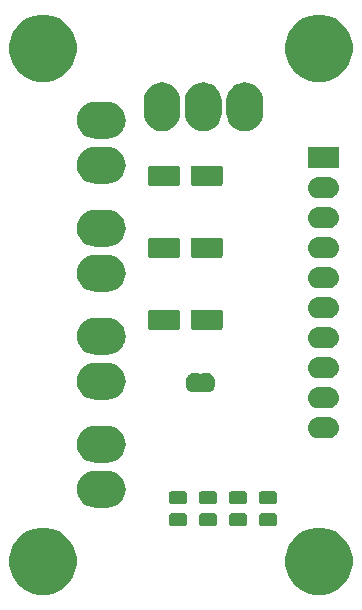
<source format=gbr>
G04 #@! TF.GenerationSoftware,KiCad,Pcbnew,5.1.4-e60b266~84~ubuntu18.04.1*
G04 #@! TF.CreationDate,2019-09-27T15:55:01+08:00*
G04 #@! TF.ProjectId,head,68656164-2e6b-4696-9361-645f70636258,rev?*
G04 #@! TF.SameCoordinates,Original*
G04 #@! TF.FileFunction,Soldermask,Top*
G04 #@! TF.FilePolarity,Negative*
%FSLAX46Y46*%
G04 Gerber Fmt 4.6, Leading zero omitted, Abs format (unit mm)*
G04 Created by KiCad (PCBNEW 5.1.4-e60b266~84~ubuntu18.04.1) date 2019-09-27 15:55:01*
%MOMM*%
%LPD*%
G04 APERTURE LIST*
%ADD10C,1.200000*%
%ADD11C,0.100000*%
G04 APERTURE END LIST*
D10*
X117094000Y-32131000D02*
G75*
G03X117094000Y-32131000I-1905000J0D01*
G01*
X117094000Y-75565000D02*
G75*
G03X117094000Y-75565000I-1905000J0D01*
G01*
X93726000Y-75565000D02*
G75*
G03X93726000Y-75565000I-1905000J0D01*
G01*
X93726000Y-32131000D02*
G75*
G03X93726000Y-32131000I-1905000J0D01*
G01*
D11*
G36*
X116020313Y-72824523D02*
G01*
X116538980Y-73039362D01*
X116538981Y-73039363D01*
X117005769Y-73351260D01*
X117402740Y-73748231D01*
X117611143Y-74060129D01*
X117714638Y-74215020D01*
X117929477Y-74733687D01*
X118039000Y-75284298D01*
X118039000Y-75845702D01*
X117929477Y-76396313D01*
X117714638Y-76914980D01*
X117714637Y-76914981D01*
X117402740Y-77381769D01*
X117005769Y-77778740D01*
X116693871Y-77987143D01*
X116538980Y-78090638D01*
X116020313Y-78305477D01*
X115469702Y-78415000D01*
X114908298Y-78415000D01*
X114357687Y-78305477D01*
X113839020Y-78090638D01*
X113684129Y-77987143D01*
X113372231Y-77778740D01*
X112975260Y-77381769D01*
X112663363Y-76914981D01*
X112663362Y-76914980D01*
X112448523Y-76396313D01*
X112339000Y-75845702D01*
X112339000Y-75284298D01*
X112448523Y-74733687D01*
X112663362Y-74215020D01*
X112766857Y-74060129D01*
X112975260Y-73748231D01*
X113372231Y-73351260D01*
X113839019Y-73039363D01*
X113839020Y-73039362D01*
X114357687Y-72824523D01*
X114908298Y-72715000D01*
X115469702Y-72715000D01*
X116020313Y-72824523D01*
X116020313Y-72824523D01*
G37*
G36*
X92652313Y-72824523D02*
G01*
X93170980Y-73039362D01*
X93170981Y-73039363D01*
X93637769Y-73351260D01*
X94034740Y-73748231D01*
X94243143Y-74060129D01*
X94346638Y-74215020D01*
X94561477Y-74733687D01*
X94671000Y-75284298D01*
X94671000Y-75845702D01*
X94561477Y-76396313D01*
X94346638Y-76914980D01*
X94346637Y-76914981D01*
X94034740Y-77381769D01*
X93637769Y-77778740D01*
X93325871Y-77987143D01*
X93170980Y-78090638D01*
X92652313Y-78305477D01*
X92101702Y-78415000D01*
X91540298Y-78415000D01*
X90989687Y-78305477D01*
X90471020Y-78090638D01*
X90316129Y-77987143D01*
X90004231Y-77778740D01*
X89607260Y-77381769D01*
X89295363Y-76914981D01*
X89295362Y-76914980D01*
X89080523Y-76396313D01*
X88971000Y-75845702D01*
X88971000Y-75284298D01*
X89080523Y-74733687D01*
X89295362Y-74215020D01*
X89398857Y-74060129D01*
X89607260Y-73748231D01*
X90004231Y-73351260D01*
X90471019Y-73039363D01*
X90471020Y-73039362D01*
X90989687Y-72824523D01*
X91540298Y-72715000D01*
X92101702Y-72715000D01*
X92652313Y-72824523D01*
X92652313Y-72824523D01*
G37*
G36*
X103835468Y-71523565D02*
G01*
X103874138Y-71535296D01*
X103909777Y-71554346D01*
X103941017Y-71579983D01*
X103966654Y-71611223D01*
X103985704Y-71646862D01*
X103997435Y-71685532D01*
X104002000Y-71731888D01*
X104002000Y-72383112D01*
X103997435Y-72429468D01*
X103985704Y-72468138D01*
X103966654Y-72503777D01*
X103941017Y-72535017D01*
X103909777Y-72560654D01*
X103874138Y-72579704D01*
X103835468Y-72591435D01*
X103789112Y-72596000D01*
X102712888Y-72596000D01*
X102666532Y-72591435D01*
X102627862Y-72579704D01*
X102592223Y-72560654D01*
X102560983Y-72535017D01*
X102535346Y-72503777D01*
X102516296Y-72468138D01*
X102504565Y-72429468D01*
X102500000Y-72383112D01*
X102500000Y-71731888D01*
X102504565Y-71685532D01*
X102516296Y-71646862D01*
X102535346Y-71611223D01*
X102560983Y-71579983D01*
X102592223Y-71554346D01*
X102627862Y-71535296D01*
X102666532Y-71523565D01*
X102712888Y-71519000D01*
X103789112Y-71519000D01*
X103835468Y-71523565D01*
X103835468Y-71523565D01*
G37*
G36*
X111455468Y-71523565D02*
G01*
X111494138Y-71535296D01*
X111529777Y-71554346D01*
X111561017Y-71579983D01*
X111586654Y-71611223D01*
X111605704Y-71646862D01*
X111617435Y-71685532D01*
X111622000Y-71731888D01*
X111622000Y-72383112D01*
X111617435Y-72429468D01*
X111605704Y-72468138D01*
X111586654Y-72503777D01*
X111561017Y-72535017D01*
X111529777Y-72560654D01*
X111494138Y-72579704D01*
X111455468Y-72591435D01*
X111409112Y-72596000D01*
X110332888Y-72596000D01*
X110286532Y-72591435D01*
X110247862Y-72579704D01*
X110212223Y-72560654D01*
X110180983Y-72535017D01*
X110155346Y-72503777D01*
X110136296Y-72468138D01*
X110124565Y-72429468D01*
X110120000Y-72383112D01*
X110120000Y-71731888D01*
X110124565Y-71685532D01*
X110136296Y-71646862D01*
X110155346Y-71611223D01*
X110180983Y-71579983D01*
X110212223Y-71554346D01*
X110247862Y-71535296D01*
X110286532Y-71523565D01*
X110332888Y-71519000D01*
X111409112Y-71519000D01*
X111455468Y-71523565D01*
X111455468Y-71523565D01*
G37*
G36*
X108915468Y-71523565D02*
G01*
X108954138Y-71535296D01*
X108989777Y-71554346D01*
X109021017Y-71579983D01*
X109046654Y-71611223D01*
X109065704Y-71646862D01*
X109077435Y-71685532D01*
X109082000Y-71731888D01*
X109082000Y-72383112D01*
X109077435Y-72429468D01*
X109065704Y-72468138D01*
X109046654Y-72503777D01*
X109021017Y-72535017D01*
X108989777Y-72560654D01*
X108954138Y-72579704D01*
X108915468Y-72591435D01*
X108869112Y-72596000D01*
X107792888Y-72596000D01*
X107746532Y-72591435D01*
X107707862Y-72579704D01*
X107672223Y-72560654D01*
X107640983Y-72535017D01*
X107615346Y-72503777D01*
X107596296Y-72468138D01*
X107584565Y-72429468D01*
X107580000Y-72383112D01*
X107580000Y-71731888D01*
X107584565Y-71685532D01*
X107596296Y-71646862D01*
X107615346Y-71611223D01*
X107640983Y-71579983D01*
X107672223Y-71554346D01*
X107707862Y-71535296D01*
X107746532Y-71523565D01*
X107792888Y-71519000D01*
X108869112Y-71519000D01*
X108915468Y-71523565D01*
X108915468Y-71523565D01*
G37*
G36*
X106375468Y-71523565D02*
G01*
X106414138Y-71535296D01*
X106449777Y-71554346D01*
X106481017Y-71579983D01*
X106506654Y-71611223D01*
X106525704Y-71646862D01*
X106537435Y-71685532D01*
X106542000Y-71731888D01*
X106542000Y-72383112D01*
X106537435Y-72429468D01*
X106525704Y-72468138D01*
X106506654Y-72503777D01*
X106481017Y-72535017D01*
X106449777Y-72560654D01*
X106414138Y-72579704D01*
X106375468Y-72591435D01*
X106329112Y-72596000D01*
X105252888Y-72596000D01*
X105206532Y-72591435D01*
X105167862Y-72579704D01*
X105132223Y-72560654D01*
X105100983Y-72535017D01*
X105075346Y-72503777D01*
X105056296Y-72468138D01*
X105044565Y-72429468D01*
X105040000Y-72383112D01*
X105040000Y-71731888D01*
X105044565Y-71685532D01*
X105056296Y-71646862D01*
X105075346Y-71611223D01*
X105100983Y-71579983D01*
X105132223Y-71554346D01*
X105167862Y-71535296D01*
X105206532Y-71523565D01*
X105252888Y-71519000D01*
X106329112Y-71519000D01*
X106375468Y-71523565D01*
X106375468Y-71523565D01*
G37*
G36*
X97426143Y-67925481D02*
G01*
X97578049Y-67940442D01*
X97870414Y-68029130D01*
X97870416Y-68029131D01*
X98139858Y-68173150D01*
X98376029Y-68366971D01*
X98569850Y-68603142D01*
X98713869Y-68872584D01*
X98713870Y-68872586D01*
X98802558Y-69164951D01*
X98832504Y-69469000D01*
X98802558Y-69773049D01*
X98760028Y-69913250D01*
X98713869Y-70065416D01*
X98569850Y-70334858D01*
X98376029Y-70571029D01*
X98139858Y-70764850D01*
X97870416Y-70908869D01*
X97870414Y-70908870D01*
X97578049Y-70997558D01*
X97426143Y-71012519D01*
X97350191Y-71020000D01*
X96197809Y-71020000D01*
X96121857Y-71012519D01*
X95969951Y-70997558D01*
X95677586Y-70908870D01*
X95677584Y-70908869D01*
X95408142Y-70764850D01*
X95171971Y-70571029D01*
X94978150Y-70334858D01*
X94834131Y-70065416D01*
X94787972Y-69913250D01*
X94745442Y-69773049D01*
X94715496Y-69469000D01*
X94745442Y-69164951D01*
X94834130Y-68872586D01*
X94834131Y-68872584D01*
X94978150Y-68603142D01*
X95171971Y-68366971D01*
X95408142Y-68173150D01*
X95677584Y-68029131D01*
X95677586Y-68029130D01*
X95969951Y-67940442D01*
X96121857Y-67925481D01*
X96197809Y-67918000D01*
X97350191Y-67918000D01*
X97426143Y-67925481D01*
X97426143Y-67925481D01*
G37*
G36*
X108915468Y-69648565D02*
G01*
X108954138Y-69660296D01*
X108989777Y-69679346D01*
X109021017Y-69704983D01*
X109046654Y-69736223D01*
X109065704Y-69771862D01*
X109077435Y-69810532D01*
X109082000Y-69856888D01*
X109082000Y-70508112D01*
X109077435Y-70554468D01*
X109065704Y-70593138D01*
X109046654Y-70628777D01*
X109021017Y-70660017D01*
X108989777Y-70685654D01*
X108954138Y-70704704D01*
X108915468Y-70716435D01*
X108869112Y-70721000D01*
X107792888Y-70721000D01*
X107746532Y-70716435D01*
X107707862Y-70704704D01*
X107672223Y-70685654D01*
X107640983Y-70660017D01*
X107615346Y-70628777D01*
X107596296Y-70593138D01*
X107584565Y-70554468D01*
X107580000Y-70508112D01*
X107580000Y-69856888D01*
X107584565Y-69810532D01*
X107596296Y-69771862D01*
X107615346Y-69736223D01*
X107640983Y-69704983D01*
X107672223Y-69679346D01*
X107707862Y-69660296D01*
X107746532Y-69648565D01*
X107792888Y-69644000D01*
X108869112Y-69644000D01*
X108915468Y-69648565D01*
X108915468Y-69648565D01*
G37*
G36*
X106375468Y-69648565D02*
G01*
X106414138Y-69660296D01*
X106449777Y-69679346D01*
X106481017Y-69704983D01*
X106506654Y-69736223D01*
X106525704Y-69771862D01*
X106537435Y-69810532D01*
X106542000Y-69856888D01*
X106542000Y-70508112D01*
X106537435Y-70554468D01*
X106525704Y-70593138D01*
X106506654Y-70628777D01*
X106481017Y-70660017D01*
X106449777Y-70685654D01*
X106414138Y-70704704D01*
X106375468Y-70716435D01*
X106329112Y-70721000D01*
X105252888Y-70721000D01*
X105206532Y-70716435D01*
X105167862Y-70704704D01*
X105132223Y-70685654D01*
X105100983Y-70660017D01*
X105075346Y-70628777D01*
X105056296Y-70593138D01*
X105044565Y-70554468D01*
X105040000Y-70508112D01*
X105040000Y-69856888D01*
X105044565Y-69810532D01*
X105056296Y-69771862D01*
X105075346Y-69736223D01*
X105100983Y-69704983D01*
X105132223Y-69679346D01*
X105167862Y-69660296D01*
X105206532Y-69648565D01*
X105252888Y-69644000D01*
X106329112Y-69644000D01*
X106375468Y-69648565D01*
X106375468Y-69648565D01*
G37*
G36*
X111455468Y-69648565D02*
G01*
X111494138Y-69660296D01*
X111529777Y-69679346D01*
X111561017Y-69704983D01*
X111586654Y-69736223D01*
X111605704Y-69771862D01*
X111617435Y-69810532D01*
X111622000Y-69856888D01*
X111622000Y-70508112D01*
X111617435Y-70554468D01*
X111605704Y-70593138D01*
X111586654Y-70628777D01*
X111561017Y-70660017D01*
X111529777Y-70685654D01*
X111494138Y-70704704D01*
X111455468Y-70716435D01*
X111409112Y-70721000D01*
X110332888Y-70721000D01*
X110286532Y-70716435D01*
X110247862Y-70704704D01*
X110212223Y-70685654D01*
X110180983Y-70660017D01*
X110155346Y-70628777D01*
X110136296Y-70593138D01*
X110124565Y-70554468D01*
X110120000Y-70508112D01*
X110120000Y-69856888D01*
X110124565Y-69810532D01*
X110136296Y-69771862D01*
X110155346Y-69736223D01*
X110180983Y-69704983D01*
X110212223Y-69679346D01*
X110247862Y-69660296D01*
X110286532Y-69648565D01*
X110332888Y-69644000D01*
X111409112Y-69644000D01*
X111455468Y-69648565D01*
X111455468Y-69648565D01*
G37*
G36*
X103835468Y-69648565D02*
G01*
X103874138Y-69660296D01*
X103909777Y-69679346D01*
X103941017Y-69704983D01*
X103966654Y-69736223D01*
X103985704Y-69771862D01*
X103997435Y-69810532D01*
X104002000Y-69856888D01*
X104002000Y-70508112D01*
X103997435Y-70554468D01*
X103985704Y-70593138D01*
X103966654Y-70628777D01*
X103941017Y-70660017D01*
X103909777Y-70685654D01*
X103874138Y-70704704D01*
X103835468Y-70716435D01*
X103789112Y-70721000D01*
X102712888Y-70721000D01*
X102666532Y-70716435D01*
X102627862Y-70704704D01*
X102592223Y-70685654D01*
X102560983Y-70660017D01*
X102535346Y-70628777D01*
X102516296Y-70593138D01*
X102504565Y-70554468D01*
X102500000Y-70508112D01*
X102500000Y-69856888D01*
X102504565Y-69810532D01*
X102516296Y-69771862D01*
X102535346Y-69736223D01*
X102560983Y-69704983D01*
X102592223Y-69679346D01*
X102627862Y-69660296D01*
X102666532Y-69648565D01*
X102712888Y-69644000D01*
X103789112Y-69644000D01*
X103835468Y-69648565D01*
X103835468Y-69648565D01*
G37*
G36*
X97426143Y-64115481D02*
G01*
X97578049Y-64130442D01*
X97870414Y-64219130D01*
X97870416Y-64219131D01*
X98139858Y-64363150D01*
X98376029Y-64556971D01*
X98569850Y-64793142D01*
X98688316Y-65014778D01*
X98713870Y-65062586D01*
X98802558Y-65354951D01*
X98832504Y-65659000D01*
X98802558Y-65963049D01*
X98713870Y-66255414D01*
X98713869Y-66255416D01*
X98569850Y-66524858D01*
X98376029Y-66761029D01*
X98139858Y-66954850D01*
X97870416Y-67098869D01*
X97870414Y-67098870D01*
X97578049Y-67187558D01*
X97426143Y-67202519D01*
X97350191Y-67210000D01*
X96197809Y-67210000D01*
X96121857Y-67202519D01*
X95969951Y-67187558D01*
X95677586Y-67098870D01*
X95677584Y-67098869D01*
X95408142Y-66954850D01*
X95171971Y-66761029D01*
X94978150Y-66524858D01*
X94834131Y-66255416D01*
X94834130Y-66255414D01*
X94745442Y-65963049D01*
X94715496Y-65659000D01*
X94745442Y-65354951D01*
X94834130Y-65062586D01*
X94859684Y-65014778D01*
X94978150Y-64793142D01*
X95171971Y-64556971D01*
X95408142Y-64363150D01*
X95677584Y-64219131D01*
X95677586Y-64219130D01*
X95969951Y-64130442D01*
X96121857Y-64115481D01*
X96197809Y-64108000D01*
X97350191Y-64108000D01*
X97426143Y-64115481D01*
X97426143Y-64115481D01*
G37*
G36*
X116080442Y-63367518D02*
G01*
X116146627Y-63374037D01*
X116316466Y-63425557D01*
X116472991Y-63509222D01*
X116508729Y-63538552D01*
X116610186Y-63621814D01*
X116693448Y-63723271D01*
X116722778Y-63759009D01*
X116806443Y-63915534D01*
X116857963Y-64085373D01*
X116875359Y-64262000D01*
X116857963Y-64438627D01*
X116806443Y-64608466D01*
X116722778Y-64764991D01*
X116699675Y-64793142D01*
X116610186Y-64902186D01*
X116508729Y-64985448D01*
X116472991Y-65014778D01*
X116316466Y-65098443D01*
X116146627Y-65149963D01*
X116080443Y-65156481D01*
X116014260Y-65163000D01*
X115125740Y-65163000D01*
X115059557Y-65156481D01*
X114993373Y-65149963D01*
X114823534Y-65098443D01*
X114667009Y-65014778D01*
X114631271Y-64985448D01*
X114529814Y-64902186D01*
X114440325Y-64793142D01*
X114417222Y-64764991D01*
X114333557Y-64608466D01*
X114282037Y-64438627D01*
X114264641Y-64262000D01*
X114282037Y-64085373D01*
X114333557Y-63915534D01*
X114417222Y-63759009D01*
X114446552Y-63723271D01*
X114529814Y-63621814D01*
X114631271Y-63538552D01*
X114667009Y-63509222D01*
X114823534Y-63425557D01*
X114993373Y-63374037D01*
X115059558Y-63367518D01*
X115125740Y-63361000D01*
X116014260Y-63361000D01*
X116080442Y-63367518D01*
X116080442Y-63367518D01*
G37*
G36*
X116080443Y-60827519D02*
G01*
X116146627Y-60834037D01*
X116316466Y-60885557D01*
X116472991Y-60969222D01*
X116508729Y-60998552D01*
X116610186Y-61081814D01*
X116692947Y-61182660D01*
X116722778Y-61219009D01*
X116806443Y-61375534D01*
X116857963Y-61545373D01*
X116875359Y-61722000D01*
X116857963Y-61898627D01*
X116806443Y-62068466D01*
X116722778Y-62224991D01*
X116693448Y-62260729D01*
X116610186Y-62362186D01*
X116508729Y-62445448D01*
X116472991Y-62474778D01*
X116316466Y-62558443D01*
X116146627Y-62609963D01*
X116080442Y-62616482D01*
X116014260Y-62623000D01*
X115125740Y-62623000D01*
X115059558Y-62616482D01*
X114993373Y-62609963D01*
X114823534Y-62558443D01*
X114667009Y-62474778D01*
X114631271Y-62445448D01*
X114529814Y-62362186D01*
X114446552Y-62260729D01*
X114417222Y-62224991D01*
X114333557Y-62068466D01*
X114282037Y-61898627D01*
X114264641Y-61722000D01*
X114282037Y-61545373D01*
X114333557Y-61375534D01*
X114417222Y-61219009D01*
X114447053Y-61182660D01*
X114529814Y-61081814D01*
X114631271Y-60998552D01*
X114667009Y-60969222D01*
X114823534Y-60885557D01*
X114993373Y-60834037D01*
X115059557Y-60827519D01*
X115125740Y-60821000D01*
X116014260Y-60821000D01*
X116080443Y-60827519D01*
X116080443Y-60827519D01*
G37*
G36*
X97426143Y-58781481D02*
G01*
X97578049Y-58796442D01*
X97870414Y-58885130D01*
X97870416Y-58885131D01*
X98139858Y-59029150D01*
X98376029Y-59222971D01*
X98569850Y-59459142D01*
X98709997Y-59721340D01*
X98713870Y-59728586D01*
X98802558Y-60020951D01*
X98832504Y-60325000D01*
X98802558Y-60629049D01*
X98713870Y-60921414D01*
X98713869Y-60921416D01*
X98569850Y-61190858D01*
X98376029Y-61427029D01*
X98139858Y-61620850D01*
X97870416Y-61764869D01*
X97870414Y-61764870D01*
X97578049Y-61853558D01*
X97426143Y-61868519D01*
X97350191Y-61876000D01*
X96197809Y-61876000D01*
X96121857Y-61868519D01*
X95969951Y-61853558D01*
X95677586Y-61764870D01*
X95677584Y-61764869D01*
X95408142Y-61620850D01*
X95171971Y-61427029D01*
X94978150Y-61190858D01*
X94834131Y-60921416D01*
X94834130Y-60921414D01*
X94745442Y-60629049D01*
X94715496Y-60325000D01*
X94745442Y-60020951D01*
X94834130Y-59728586D01*
X94838003Y-59721340D01*
X94978150Y-59459142D01*
X95171971Y-59222971D01*
X95408142Y-59029150D01*
X95677584Y-58885131D01*
X95677586Y-58885130D01*
X95969951Y-58796442D01*
X96121857Y-58781481D01*
X96197809Y-58774000D01*
X97350191Y-58774000D01*
X97426143Y-58781481D01*
X97426143Y-58781481D01*
G37*
G36*
X105015999Y-59651737D02*
G01*
X105025608Y-59654652D01*
X105034472Y-59659390D01*
X105042237Y-59665763D01*
X105052448Y-59678206D01*
X105059378Y-59688575D01*
X105076705Y-59705902D01*
X105097080Y-59719515D01*
X105119720Y-59728891D01*
X105143753Y-59733671D01*
X105168257Y-59733670D01*
X105192290Y-59728888D01*
X105214929Y-59719510D01*
X105235302Y-59705895D01*
X105252629Y-59688568D01*
X105259558Y-59678198D01*
X105269763Y-59665763D01*
X105277528Y-59659390D01*
X105286392Y-59654652D01*
X105296001Y-59651737D01*
X105312140Y-59650148D01*
X105799861Y-59650148D01*
X105818199Y-59651954D01*
X105830450Y-59652556D01*
X105848869Y-59652556D01*
X105871149Y-59654750D01*
X105955233Y-59671476D01*
X105976660Y-59677976D01*
X106055858Y-59710780D01*
X106061303Y-59713691D01*
X106061309Y-59713693D01*
X106070169Y-59718429D01*
X106070173Y-59718432D01*
X106075614Y-59721340D01*
X106146899Y-59768971D01*
X106164204Y-59783172D01*
X106224828Y-59843796D01*
X106239029Y-59861101D01*
X106286660Y-59932386D01*
X106289568Y-59937827D01*
X106289571Y-59937831D01*
X106294307Y-59946691D01*
X106294309Y-59946697D01*
X106297220Y-59952142D01*
X106330024Y-60031340D01*
X106336524Y-60052767D01*
X106353250Y-60136851D01*
X106355444Y-60159131D01*
X106355444Y-60177550D01*
X106356046Y-60189801D01*
X106357852Y-60208139D01*
X106357852Y-60695862D01*
X106356046Y-60714199D01*
X106355444Y-60726450D01*
X106355444Y-60744869D01*
X106353250Y-60767149D01*
X106336524Y-60851233D01*
X106330024Y-60872660D01*
X106297220Y-60951858D01*
X106294309Y-60957303D01*
X106294307Y-60957309D01*
X106289571Y-60966169D01*
X106289568Y-60966173D01*
X106286660Y-60971614D01*
X106239029Y-61042899D01*
X106224828Y-61060204D01*
X106164204Y-61120828D01*
X106146899Y-61135029D01*
X106075614Y-61182660D01*
X106070173Y-61185568D01*
X106070169Y-61185571D01*
X106061309Y-61190307D01*
X106061303Y-61190309D01*
X106055858Y-61193220D01*
X105976660Y-61226024D01*
X105955233Y-61232524D01*
X105871149Y-61249250D01*
X105848869Y-61251444D01*
X105830450Y-61251444D01*
X105818199Y-61252046D01*
X105799862Y-61253852D01*
X105312140Y-61253852D01*
X105296001Y-61252263D01*
X105286392Y-61249348D01*
X105277528Y-61244610D01*
X105269763Y-61238237D01*
X105259552Y-61225794D01*
X105252622Y-61215425D01*
X105235295Y-61198098D01*
X105214920Y-61184485D01*
X105192280Y-61175109D01*
X105168247Y-61170329D01*
X105143743Y-61170330D01*
X105119710Y-61175112D01*
X105097071Y-61184490D01*
X105076698Y-61198105D01*
X105059371Y-61215432D01*
X105052442Y-61225802D01*
X105042237Y-61238237D01*
X105034472Y-61244610D01*
X105025608Y-61249348D01*
X105015999Y-61252263D01*
X104999860Y-61253852D01*
X104512138Y-61253852D01*
X104493801Y-61252046D01*
X104481550Y-61251444D01*
X104463131Y-61251444D01*
X104440851Y-61249250D01*
X104356767Y-61232524D01*
X104335340Y-61226024D01*
X104256142Y-61193220D01*
X104250697Y-61190309D01*
X104250691Y-61190307D01*
X104241831Y-61185571D01*
X104241827Y-61185568D01*
X104236386Y-61182660D01*
X104165101Y-61135029D01*
X104147796Y-61120828D01*
X104087172Y-61060204D01*
X104072971Y-61042899D01*
X104025340Y-60971614D01*
X104022432Y-60966173D01*
X104022429Y-60966169D01*
X104017693Y-60957309D01*
X104017691Y-60957303D01*
X104014780Y-60951858D01*
X103981976Y-60872660D01*
X103975476Y-60851233D01*
X103958750Y-60767149D01*
X103956556Y-60744869D01*
X103956556Y-60726450D01*
X103955954Y-60714199D01*
X103954148Y-60695862D01*
X103954148Y-60208139D01*
X103955954Y-60189801D01*
X103956556Y-60177550D01*
X103956556Y-60159131D01*
X103958750Y-60136851D01*
X103975476Y-60052767D01*
X103981976Y-60031340D01*
X104014780Y-59952142D01*
X104017691Y-59946697D01*
X104017693Y-59946691D01*
X104022429Y-59937831D01*
X104022432Y-59937827D01*
X104025340Y-59932386D01*
X104072971Y-59861101D01*
X104087172Y-59843796D01*
X104147796Y-59783172D01*
X104165101Y-59768971D01*
X104236386Y-59721340D01*
X104241827Y-59718432D01*
X104241831Y-59718429D01*
X104250691Y-59713693D01*
X104250697Y-59713691D01*
X104256142Y-59710780D01*
X104335340Y-59677976D01*
X104356767Y-59671476D01*
X104440851Y-59654750D01*
X104463131Y-59652556D01*
X104481550Y-59652556D01*
X104493801Y-59651954D01*
X104512139Y-59650148D01*
X104999860Y-59650148D01*
X105015999Y-59651737D01*
X105015999Y-59651737D01*
G37*
G36*
X116080442Y-58287518D02*
G01*
X116146627Y-58294037D01*
X116316466Y-58345557D01*
X116472991Y-58429222D01*
X116508729Y-58458552D01*
X116610186Y-58541814D01*
X116693448Y-58643271D01*
X116722778Y-58679009D01*
X116806443Y-58835534D01*
X116857963Y-59005373D01*
X116875359Y-59182000D01*
X116857963Y-59358627D01*
X116806443Y-59528466D01*
X116722778Y-59684991D01*
X116701613Y-59710780D01*
X116610186Y-59822186D01*
X116508729Y-59905448D01*
X116472991Y-59934778D01*
X116316466Y-60018443D01*
X116146627Y-60069963D01*
X116080442Y-60076482D01*
X116014260Y-60083000D01*
X115125740Y-60083000D01*
X115059558Y-60076482D01*
X114993373Y-60069963D01*
X114823534Y-60018443D01*
X114667009Y-59934778D01*
X114631271Y-59905448D01*
X114529814Y-59822186D01*
X114438387Y-59710780D01*
X114417222Y-59684991D01*
X114333557Y-59528466D01*
X114282037Y-59358627D01*
X114264641Y-59182000D01*
X114282037Y-59005373D01*
X114333557Y-58835534D01*
X114417222Y-58679009D01*
X114446552Y-58643271D01*
X114529814Y-58541814D01*
X114631271Y-58458552D01*
X114667009Y-58429222D01*
X114823534Y-58345557D01*
X114993373Y-58294037D01*
X115059558Y-58287518D01*
X115125740Y-58281000D01*
X116014260Y-58281000D01*
X116080442Y-58287518D01*
X116080442Y-58287518D01*
G37*
G36*
X97426143Y-54971481D02*
G01*
X97578049Y-54986442D01*
X97870414Y-55075130D01*
X97870416Y-55075131D01*
X98139858Y-55219150D01*
X98376029Y-55412971D01*
X98569850Y-55649142D01*
X98663311Y-55823997D01*
X98713870Y-55918586D01*
X98802558Y-56210951D01*
X98832504Y-56515000D01*
X98802558Y-56819049D01*
X98751165Y-56988468D01*
X98713869Y-57111416D01*
X98569850Y-57380858D01*
X98376029Y-57617029D01*
X98139858Y-57810850D01*
X97870416Y-57954869D01*
X97870414Y-57954870D01*
X97578049Y-58043558D01*
X97426143Y-58058519D01*
X97350191Y-58066000D01*
X96197809Y-58066000D01*
X96121857Y-58058519D01*
X95969951Y-58043558D01*
X95677586Y-57954870D01*
X95677584Y-57954869D01*
X95408142Y-57810850D01*
X95171971Y-57617029D01*
X94978150Y-57380858D01*
X94834131Y-57111416D01*
X94796835Y-56988468D01*
X94745442Y-56819049D01*
X94715496Y-56515000D01*
X94745442Y-56210951D01*
X94834130Y-55918586D01*
X94884689Y-55823997D01*
X94978150Y-55649142D01*
X95171971Y-55412971D01*
X95408142Y-55219150D01*
X95677584Y-55075131D01*
X95677586Y-55075130D01*
X95969951Y-54986442D01*
X96121857Y-54971481D01*
X96197809Y-54964000D01*
X97350191Y-54964000D01*
X97426143Y-54971481D01*
X97426143Y-54971481D01*
G37*
G36*
X116080442Y-55747518D02*
G01*
X116146627Y-55754037D01*
X116316466Y-55805557D01*
X116472991Y-55889222D01*
X116475290Y-55891109D01*
X116610186Y-56001814D01*
X116693448Y-56103271D01*
X116722778Y-56139009D01*
X116806443Y-56295534D01*
X116857963Y-56465373D01*
X116875359Y-56642000D01*
X116857963Y-56818627D01*
X116806443Y-56988466D01*
X116722778Y-57144991D01*
X116693448Y-57180729D01*
X116610186Y-57282186D01*
X116508729Y-57365448D01*
X116472991Y-57394778D01*
X116316466Y-57478443D01*
X116146627Y-57529963D01*
X116080442Y-57536482D01*
X116014260Y-57543000D01*
X115125740Y-57543000D01*
X115059558Y-57536482D01*
X114993373Y-57529963D01*
X114823534Y-57478443D01*
X114667009Y-57394778D01*
X114631271Y-57365448D01*
X114529814Y-57282186D01*
X114446552Y-57180729D01*
X114417222Y-57144991D01*
X114333557Y-56988466D01*
X114282037Y-56818627D01*
X114264641Y-56642000D01*
X114282037Y-56465373D01*
X114333557Y-56295534D01*
X114417222Y-56139009D01*
X114446552Y-56103271D01*
X114529814Y-56001814D01*
X114664710Y-55891109D01*
X114667009Y-55889222D01*
X114823534Y-55805557D01*
X114993373Y-55754037D01*
X115059558Y-55747518D01*
X115125740Y-55741000D01*
X116014260Y-55741000D01*
X116080442Y-55747518D01*
X116080442Y-55747518D01*
G37*
G36*
X106891997Y-54271051D02*
G01*
X106925652Y-54281261D01*
X106956665Y-54297838D01*
X106983851Y-54320149D01*
X107006162Y-54347335D01*
X107022739Y-54378348D01*
X107032949Y-54412003D01*
X107037000Y-54453138D01*
X107037000Y-55782862D01*
X107032949Y-55823997D01*
X107022739Y-55857652D01*
X107006162Y-55888665D01*
X106983851Y-55915851D01*
X106956665Y-55938162D01*
X106925652Y-55954739D01*
X106891997Y-55964949D01*
X106850862Y-55969000D01*
X104521138Y-55969000D01*
X104480003Y-55964949D01*
X104446348Y-55954739D01*
X104415335Y-55938162D01*
X104388149Y-55915851D01*
X104365838Y-55888665D01*
X104349261Y-55857652D01*
X104339051Y-55823997D01*
X104335000Y-55782862D01*
X104335000Y-54453138D01*
X104339051Y-54412003D01*
X104349261Y-54378348D01*
X104365838Y-54347335D01*
X104388149Y-54320149D01*
X104415335Y-54297838D01*
X104446348Y-54281261D01*
X104480003Y-54271051D01*
X104521138Y-54267000D01*
X106850862Y-54267000D01*
X106891997Y-54271051D01*
X106891997Y-54271051D01*
G37*
G36*
X103291997Y-54271051D02*
G01*
X103325652Y-54281261D01*
X103356665Y-54297838D01*
X103383851Y-54320149D01*
X103406162Y-54347335D01*
X103422739Y-54378348D01*
X103432949Y-54412003D01*
X103437000Y-54453138D01*
X103437000Y-55782862D01*
X103432949Y-55823997D01*
X103422739Y-55857652D01*
X103406162Y-55888665D01*
X103383851Y-55915851D01*
X103356665Y-55938162D01*
X103325652Y-55954739D01*
X103291997Y-55964949D01*
X103250862Y-55969000D01*
X100921138Y-55969000D01*
X100880003Y-55964949D01*
X100846348Y-55954739D01*
X100815335Y-55938162D01*
X100788149Y-55915851D01*
X100765838Y-55888665D01*
X100749261Y-55857652D01*
X100739051Y-55823997D01*
X100735000Y-55782862D01*
X100735000Y-54453138D01*
X100739051Y-54412003D01*
X100749261Y-54378348D01*
X100765838Y-54347335D01*
X100788149Y-54320149D01*
X100815335Y-54297838D01*
X100846348Y-54281261D01*
X100880003Y-54271051D01*
X100921138Y-54267000D01*
X103250862Y-54267000D01*
X103291997Y-54271051D01*
X103291997Y-54271051D01*
G37*
G36*
X116080442Y-53207518D02*
G01*
X116146627Y-53214037D01*
X116316466Y-53265557D01*
X116472991Y-53349222D01*
X116508729Y-53378552D01*
X116610186Y-53461814D01*
X116693448Y-53563271D01*
X116722778Y-53599009D01*
X116806443Y-53755534D01*
X116857963Y-53925373D01*
X116875359Y-54102000D01*
X116857963Y-54278627D01*
X116806443Y-54448466D01*
X116722778Y-54604991D01*
X116693448Y-54640729D01*
X116610186Y-54742186D01*
X116508729Y-54825448D01*
X116472991Y-54854778D01*
X116316466Y-54938443D01*
X116146627Y-54989963D01*
X116080443Y-54996481D01*
X116014260Y-55003000D01*
X115125740Y-55003000D01*
X115059557Y-54996481D01*
X114993373Y-54989963D01*
X114823534Y-54938443D01*
X114667009Y-54854778D01*
X114631271Y-54825448D01*
X114529814Y-54742186D01*
X114446552Y-54640729D01*
X114417222Y-54604991D01*
X114333557Y-54448466D01*
X114282037Y-54278627D01*
X114264641Y-54102000D01*
X114282037Y-53925373D01*
X114333557Y-53755534D01*
X114417222Y-53599009D01*
X114446552Y-53563271D01*
X114529814Y-53461814D01*
X114631271Y-53378552D01*
X114667009Y-53349222D01*
X114823534Y-53265557D01*
X114993373Y-53214037D01*
X115059558Y-53207518D01*
X115125740Y-53201000D01*
X116014260Y-53201000D01*
X116080442Y-53207518D01*
X116080442Y-53207518D01*
G37*
G36*
X97426143Y-49637481D02*
G01*
X97578049Y-49652442D01*
X97870414Y-49741130D01*
X97870416Y-49741131D01*
X98139858Y-49885150D01*
X98376029Y-50078971D01*
X98569850Y-50315142D01*
X98713869Y-50584584D01*
X98713870Y-50584586D01*
X98802558Y-50876951D01*
X98832504Y-51181000D01*
X98802558Y-51485049D01*
X98713870Y-51777414D01*
X98713869Y-51777416D01*
X98569850Y-52046858D01*
X98376029Y-52283029D01*
X98139858Y-52476850D01*
X97870416Y-52620869D01*
X97870414Y-52620870D01*
X97578049Y-52709558D01*
X97426143Y-52724519D01*
X97350191Y-52732000D01*
X96197809Y-52732000D01*
X96121857Y-52724519D01*
X95969951Y-52709558D01*
X95677586Y-52620870D01*
X95677584Y-52620869D01*
X95408142Y-52476850D01*
X95171971Y-52283029D01*
X94978150Y-52046858D01*
X94834131Y-51777416D01*
X94834130Y-51777414D01*
X94745442Y-51485049D01*
X94715496Y-51181000D01*
X94745442Y-50876951D01*
X94834130Y-50584586D01*
X94834131Y-50584584D01*
X94978150Y-50315142D01*
X95171971Y-50078971D01*
X95408142Y-49885150D01*
X95677584Y-49741131D01*
X95677586Y-49741130D01*
X95969951Y-49652442D01*
X96121857Y-49637481D01*
X96197809Y-49630000D01*
X97350191Y-49630000D01*
X97426143Y-49637481D01*
X97426143Y-49637481D01*
G37*
G36*
X116080442Y-50667518D02*
G01*
X116146627Y-50674037D01*
X116316466Y-50725557D01*
X116472991Y-50809222D01*
X116508729Y-50838552D01*
X116610186Y-50921814D01*
X116693448Y-51023271D01*
X116722778Y-51059009D01*
X116806443Y-51215534D01*
X116857963Y-51385373D01*
X116875359Y-51562000D01*
X116857963Y-51738627D01*
X116806443Y-51908466D01*
X116722778Y-52064991D01*
X116693448Y-52100729D01*
X116610186Y-52202186D01*
X116511677Y-52283029D01*
X116472991Y-52314778D01*
X116316466Y-52398443D01*
X116146627Y-52449963D01*
X116080443Y-52456481D01*
X116014260Y-52463000D01*
X115125740Y-52463000D01*
X115059557Y-52456481D01*
X114993373Y-52449963D01*
X114823534Y-52398443D01*
X114667009Y-52314778D01*
X114628323Y-52283029D01*
X114529814Y-52202186D01*
X114446552Y-52100729D01*
X114417222Y-52064991D01*
X114333557Y-51908466D01*
X114282037Y-51738627D01*
X114264641Y-51562000D01*
X114282037Y-51385373D01*
X114333557Y-51215534D01*
X114417222Y-51059009D01*
X114446552Y-51023271D01*
X114529814Y-50921814D01*
X114631271Y-50838552D01*
X114667009Y-50809222D01*
X114823534Y-50725557D01*
X114993373Y-50674037D01*
X115059558Y-50667518D01*
X115125740Y-50661000D01*
X116014260Y-50661000D01*
X116080442Y-50667518D01*
X116080442Y-50667518D01*
G37*
G36*
X116080443Y-48127519D02*
G01*
X116146627Y-48134037D01*
X116316466Y-48185557D01*
X116472991Y-48269222D01*
X116488985Y-48282348D01*
X116610186Y-48381814D01*
X116685043Y-48473029D01*
X116722778Y-48519009D01*
X116806443Y-48675534D01*
X116857963Y-48845373D01*
X116875359Y-49022000D01*
X116857963Y-49198627D01*
X116806443Y-49368466D01*
X116722778Y-49524991D01*
X116693448Y-49560729D01*
X116610186Y-49662186D01*
X116513991Y-49741130D01*
X116472991Y-49774778D01*
X116316466Y-49858443D01*
X116146627Y-49909963D01*
X116080443Y-49916481D01*
X116014260Y-49923000D01*
X115125740Y-49923000D01*
X115059557Y-49916481D01*
X114993373Y-49909963D01*
X114823534Y-49858443D01*
X114667009Y-49774778D01*
X114626009Y-49741130D01*
X114529814Y-49662186D01*
X114446552Y-49560729D01*
X114417222Y-49524991D01*
X114333557Y-49368466D01*
X114282037Y-49198627D01*
X114264641Y-49022000D01*
X114282037Y-48845373D01*
X114333557Y-48675534D01*
X114417222Y-48519009D01*
X114454957Y-48473029D01*
X114529814Y-48381814D01*
X114651015Y-48282348D01*
X114667009Y-48269222D01*
X114823534Y-48185557D01*
X114993373Y-48134037D01*
X115059558Y-48127518D01*
X115125740Y-48121000D01*
X116014260Y-48121000D01*
X116080443Y-48127519D01*
X116080443Y-48127519D01*
G37*
G36*
X106891997Y-48175051D02*
G01*
X106925652Y-48185261D01*
X106956665Y-48201838D01*
X106983851Y-48224149D01*
X107006162Y-48251335D01*
X107022739Y-48282348D01*
X107032949Y-48316003D01*
X107037000Y-48357138D01*
X107037000Y-49686862D01*
X107032949Y-49727997D01*
X107022739Y-49761652D01*
X107006162Y-49792665D01*
X106983851Y-49819851D01*
X106956665Y-49842162D01*
X106925652Y-49858739D01*
X106891997Y-49868949D01*
X106850862Y-49873000D01*
X104521138Y-49873000D01*
X104480003Y-49868949D01*
X104446348Y-49858739D01*
X104415335Y-49842162D01*
X104388149Y-49819851D01*
X104365838Y-49792665D01*
X104349261Y-49761652D01*
X104339051Y-49727997D01*
X104335000Y-49686862D01*
X104335000Y-48357138D01*
X104339051Y-48316003D01*
X104349261Y-48282348D01*
X104365838Y-48251335D01*
X104388149Y-48224149D01*
X104415335Y-48201838D01*
X104446348Y-48185261D01*
X104480003Y-48175051D01*
X104521138Y-48171000D01*
X106850862Y-48171000D01*
X106891997Y-48175051D01*
X106891997Y-48175051D01*
G37*
G36*
X103291997Y-48175051D02*
G01*
X103325652Y-48185261D01*
X103356665Y-48201838D01*
X103383851Y-48224149D01*
X103406162Y-48251335D01*
X103422739Y-48282348D01*
X103432949Y-48316003D01*
X103437000Y-48357138D01*
X103437000Y-49686862D01*
X103432949Y-49727997D01*
X103422739Y-49761652D01*
X103406162Y-49792665D01*
X103383851Y-49819851D01*
X103356665Y-49842162D01*
X103325652Y-49858739D01*
X103291997Y-49868949D01*
X103250862Y-49873000D01*
X100921138Y-49873000D01*
X100880003Y-49868949D01*
X100846348Y-49858739D01*
X100815335Y-49842162D01*
X100788149Y-49819851D01*
X100765838Y-49792665D01*
X100749261Y-49761652D01*
X100739051Y-49727997D01*
X100735000Y-49686862D01*
X100735000Y-48357138D01*
X100739051Y-48316003D01*
X100749261Y-48282348D01*
X100765838Y-48251335D01*
X100788149Y-48224149D01*
X100815335Y-48201838D01*
X100846348Y-48185261D01*
X100880003Y-48175051D01*
X100921138Y-48171000D01*
X103250862Y-48171000D01*
X103291997Y-48175051D01*
X103291997Y-48175051D01*
G37*
G36*
X97426143Y-45827481D02*
G01*
X97578049Y-45842442D01*
X97870414Y-45931130D01*
X97870416Y-45931131D01*
X98139858Y-46075150D01*
X98376029Y-46268971D01*
X98569850Y-46505142D01*
X98651889Y-46658627D01*
X98713870Y-46774586D01*
X98802558Y-47066951D01*
X98832504Y-47371000D01*
X98802558Y-47675049D01*
X98713870Y-47967414D01*
X98713869Y-47967416D01*
X98569850Y-48236858D01*
X98376029Y-48473029D01*
X98139858Y-48666850D01*
X97870416Y-48810869D01*
X97870414Y-48810870D01*
X97578049Y-48899558D01*
X97426143Y-48914519D01*
X97350191Y-48922000D01*
X96197809Y-48922000D01*
X96121857Y-48914519D01*
X95969951Y-48899558D01*
X95677586Y-48810870D01*
X95677584Y-48810869D01*
X95408142Y-48666850D01*
X95171971Y-48473029D01*
X94978150Y-48236858D01*
X94834131Y-47967416D01*
X94834130Y-47967414D01*
X94745442Y-47675049D01*
X94715496Y-47371000D01*
X94745442Y-47066951D01*
X94834130Y-46774586D01*
X94896111Y-46658627D01*
X94978150Y-46505142D01*
X95171971Y-46268971D01*
X95408142Y-46075150D01*
X95677584Y-45931131D01*
X95677586Y-45931130D01*
X95969951Y-45842442D01*
X96121857Y-45827481D01*
X96197809Y-45820000D01*
X97350191Y-45820000D01*
X97426143Y-45827481D01*
X97426143Y-45827481D01*
G37*
G36*
X116080442Y-45587518D02*
G01*
X116146627Y-45594037D01*
X116316466Y-45645557D01*
X116472991Y-45729222D01*
X116508729Y-45758552D01*
X116610186Y-45841814D01*
X116683485Y-45931131D01*
X116722778Y-45979009D01*
X116806443Y-46135534D01*
X116857963Y-46305373D01*
X116875359Y-46482000D01*
X116857963Y-46658627D01*
X116806443Y-46828466D01*
X116722778Y-46984991D01*
X116693448Y-47020729D01*
X116610186Y-47122186D01*
X116508729Y-47205448D01*
X116472991Y-47234778D01*
X116316466Y-47318443D01*
X116146627Y-47369963D01*
X116080442Y-47376482D01*
X116014260Y-47383000D01*
X115125740Y-47383000D01*
X115059557Y-47376481D01*
X114993373Y-47369963D01*
X114823534Y-47318443D01*
X114667009Y-47234778D01*
X114631271Y-47205448D01*
X114529814Y-47122186D01*
X114446552Y-47020729D01*
X114417222Y-46984991D01*
X114333557Y-46828466D01*
X114282037Y-46658627D01*
X114264641Y-46482000D01*
X114282037Y-46305373D01*
X114333557Y-46135534D01*
X114417222Y-45979009D01*
X114456515Y-45931131D01*
X114529814Y-45841814D01*
X114631271Y-45758552D01*
X114667009Y-45729222D01*
X114823534Y-45645557D01*
X114993373Y-45594037D01*
X115059558Y-45587518D01*
X115125740Y-45581000D01*
X116014260Y-45581000D01*
X116080442Y-45587518D01*
X116080442Y-45587518D01*
G37*
G36*
X116080442Y-43047518D02*
G01*
X116146627Y-43054037D01*
X116316466Y-43105557D01*
X116472991Y-43189222D01*
X116508729Y-43218552D01*
X116610186Y-43301814D01*
X116693448Y-43403271D01*
X116722778Y-43439009D01*
X116806443Y-43595534D01*
X116857963Y-43765373D01*
X116875359Y-43942000D01*
X116857963Y-44118627D01*
X116806443Y-44288466D01*
X116722778Y-44444991D01*
X116693448Y-44480729D01*
X116610186Y-44582186D01*
X116508729Y-44665448D01*
X116472991Y-44694778D01*
X116316466Y-44778443D01*
X116146627Y-44829963D01*
X116080442Y-44836482D01*
X116014260Y-44843000D01*
X115125740Y-44843000D01*
X115059558Y-44836482D01*
X114993373Y-44829963D01*
X114823534Y-44778443D01*
X114667009Y-44694778D01*
X114631271Y-44665448D01*
X114529814Y-44582186D01*
X114446552Y-44480729D01*
X114417222Y-44444991D01*
X114333557Y-44288466D01*
X114282037Y-44118627D01*
X114264641Y-43942000D01*
X114282037Y-43765373D01*
X114333557Y-43595534D01*
X114417222Y-43439009D01*
X114446552Y-43403271D01*
X114529814Y-43301814D01*
X114631271Y-43218552D01*
X114667009Y-43189222D01*
X114823534Y-43105557D01*
X114993373Y-43054037D01*
X115059557Y-43047519D01*
X115125740Y-43041000D01*
X116014260Y-43041000D01*
X116080442Y-43047518D01*
X116080442Y-43047518D01*
G37*
G36*
X106891997Y-42079051D02*
G01*
X106925652Y-42089261D01*
X106956665Y-42105838D01*
X106983851Y-42128149D01*
X107006162Y-42155335D01*
X107022739Y-42186348D01*
X107032949Y-42220003D01*
X107037000Y-42261138D01*
X107037000Y-43590862D01*
X107032949Y-43631997D01*
X107022739Y-43665652D01*
X107006162Y-43696665D01*
X106983851Y-43723851D01*
X106956665Y-43746162D01*
X106925652Y-43762739D01*
X106891997Y-43772949D01*
X106850862Y-43777000D01*
X104521138Y-43777000D01*
X104480003Y-43772949D01*
X104446348Y-43762739D01*
X104415335Y-43746162D01*
X104388149Y-43723851D01*
X104365838Y-43696665D01*
X104349261Y-43665652D01*
X104339051Y-43631997D01*
X104335000Y-43590862D01*
X104335000Y-42261138D01*
X104339051Y-42220003D01*
X104349261Y-42186348D01*
X104365838Y-42155335D01*
X104388149Y-42128149D01*
X104415335Y-42105838D01*
X104446348Y-42089261D01*
X104480003Y-42079051D01*
X104521138Y-42075000D01*
X106850862Y-42075000D01*
X106891997Y-42079051D01*
X106891997Y-42079051D01*
G37*
G36*
X103291997Y-42079051D02*
G01*
X103325652Y-42089261D01*
X103356665Y-42105838D01*
X103383851Y-42128149D01*
X103406162Y-42155335D01*
X103422739Y-42186348D01*
X103432949Y-42220003D01*
X103437000Y-42261138D01*
X103437000Y-43590862D01*
X103432949Y-43631997D01*
X103422739Y-43665652D01*
X103406162Y-43696665D01*
X103383851Y-43723851D01*
X103356665Y-43746162D01*
X103325652Y-43762739D01*
X103291997Y-43772949D01*
X103250862Y-43777000D01*
X100921138Y-43777000D01*
X100880003Y-43772949D01*
X100846348Y-43762739D01*
X100815335Y-43746162D01*
X100788149Y-43723851D01*
X100765838Y-43696665D01*
X100749261Y-43665652D01*
X100739051Y-43631997D01*
X100735000Y-43590862D01*
X100735000Y-42261138D01*
X100739051Y-42220003D01*
X100749261Y-42186348D01*
X100765838Y-42155335D01*
X100788149Y-42128149D01*
X100815335Y-42105838D01*
X100846348Y-42089261D01*
X100880003Y-42079051D01*
X100921138Y-42075000D01*
X103250862Y-42075000D01*
X103291997Y-42079051D01*
X103291997Y-42079051D01*
G37*
G36*
X97426143Y-40493481D02*
G01*
X97578049Y-40508442D01*
X97870414Y-40597130D01*
X97870416Y-40597131D01*
X98139858Y-40741150D01*
X98376029Y-40934971D01*
X98569850Y-41171142D01*
X98713869Y-41440584D01*
X98713870Y-41440586D01*
X98802558Y-41732951D01*
X98832504Y-42037000D01*
X98802558Y-42341049D01*
X98713870Y-42633414D01*
X98713869Y-42633416D01*
X98569850Y-42902858D01*
X98376029Y-43139029D01*
X98139858Y-43332850D01*
X97870416Y-43476869D01*
X97870414Y-43476870D01*
X97578049Y-43565558D01*
X97426143Y-43580519D01*
X97350191Y-43588000D01*
X96197809Y-43588000D01*
X96121857Y-43580519D01*
X95969951Y-43565558D01*
X95677586Y-43476870D01*
X95677584Y-43476869D01*
X95408142Y-43332850D01*
X95171971Y-43139029D01*
X94978150Y-42902858D01*
X94834131Y-42633416D01*
X94834130Y-42633414D01*
X94745442Y-42341049D01*
X94715496Y-42037000D01*
X94745442Y-41732951D01*
X94834130Y-41440586D01*
X94834131Y-41440584D01*
X94978150Y-41171142D01*
X95171971Y-40934971D01*
X95408142Y-40741150D01*
X95677584Y-40597131D01*
X95677586Y-40597130D01*
X95969951Y-40508442D01*
X96121857Y-40493481D01*
X96197809Y-40486000D01*
X97350191Y-40486000D01*
X97426143Y-40493481D01*
X97426143Y-40493481D01*
G37*
G36*
X116871000Y-42303000D02*
G01*
X114269000Y-42303000D01*
X114269000Y-40501000D01*
X116871000Y-40501000D01*
X116871000Y-42303000D01*
X116871000Y-42303000D01*
G37*
G36*
X97426143Y-36683481D02*
G01*
X97578049Y-36698442D01*
X97870414Y-36787130D01*
X97870416Y-36787131D01*
X98139858Y-36931150D01*
X98376029Y-37124971D01*
X98569850Y-37361142D01*
X98713869Y-37630584D01*
X98713870Y-37630586D01*
X98802558Y-37922951D01*
X98832504Y-38227000D01*
X98802558Y-38531049D01*
X98755545Y-38686029D01*
X98713869Y-38823416D01*
X98569850Y-39092858D01*
X98376029Y-39329029D01*
X98139858Y-39522850D01*
X97870416Y-39666869D01*
X97870414Y-39666870D01*
X97578049Y-39755558D01*
X97426143Y-39770519D01*
X97350191Y-39778000D01*
X96197809Y-39778000D01*
X96121857Y-39770519D01*
X95969951Y-39755558D01*
X95677586Y-39666870D01*
X95677584Y-39666869D01*
X95408142Y-39522850D01*
X95171971Y-39329029D01*
X94978150Y-39092858D01*
X94834131Y-38823416D01*
X94792455Y-38686029D01*
X94745442Y-38531049D01*
X94715496Y-38227000D01*
X94745442Y-37922951D01*
X94834130Y-37630586D01*
X94834131Y-37630584D01*
X94978150Y-37361142D01*
X95171971Y-37124971D01*
X95408142Y-36931150D01*
X95677584Y-36787131D01*
X95677586Y-36787130D01*
X95969951Y-36698442D01*
X96121857Y-36683481D01*
X96197809Y-36676000D01*
X97350191Y-36676000D01*
X97426143Y-36683481D01*
X97426143Y-36683481D01*
G37*
G36*
X102214048Y-35055442D02*
G01*
X102506413Y-35144130D01*
X102506415Y-35144131D01*
X102775856Y-35288150D01*
X102775858Y-35288151D01*
X102775857Y-35288151D01*
X103012029Y-35481971D01*
X103099395Y-35588426D01*
X103205850Y-35718142D01*
X103349869Y-35987584D01*
X103349870Y-35987586D01*
X103438558Y-36279951D01*
X103461000Y-36507810D01*
X103461000Y-37660190D01*
X103438558Y-37888049D01*
X103349870Y-38180414D01*
X103349869Y-38180416D01*
X103205850Y-38449858D01*
X103012029Y-38686029D01*
X102775858Y-38879850D01*
X102506416Y-39023869D01*
X102506414Y-39023870D01*
X102214049Y-39112558D01*
X101910000Y-39142504D01*
X101605952Y-39112558D01*
X101313587Y-39023870D01*
X101313585Y-39023869D01*
X101044143Y-38879850D01*
X100807972Y-38686029D01*
X100680783Y-38531049D01*
X100614151Y-38449858D01*
X100470130Y-38180414D01*
X100381442Y-37888049D01*
X100359000Y-37660190D01*
X100359000Y-36507811D01*
X100381442Y-36279952D01*
X100470130Y-35987587D01*
X100614151Y-35718143D01*
X100807971Y-35481971D01*
X100914426Y-35394605D01*
X101044142Y-35288150D01*
X101313584Y-35144131D01*
X101313586Y-35144130D01*
X101605951Y-35055442D01*
X101910000Y-35025496D01*
X102214048Y-35055442D01*
X102214048Y-35055442D01*
G37*
G36*
X105714048Y-35055442D02*
G01*
X106006413Y-35144130D01*
X106006415Y-35144131D01*
X106275856Y-35288150D01*
X106275858Y-35288151D01*
X106275857Y-35288151D01*
X106512029Y-35481971D01*
X106599395Y-35588426D01*
X106705850Y-35718142D01*
X106849869Y-35987584D01*
X106849870Y-35987586D01*
X106938558Y-36279951D01*
X106961000Y-36507810D01*
X106961000Y-37660190D01*
X106938558Y-37888049D01*
X106849870Y-38180414D01*
X106849869Y-38180416D01*
X106705850Y-38449858D01*
X106512029Y-38686029D01*
X106275858Y-38879850D01*
X106006416Y-39023869D01*
X106006414Y-39023870D01*
X105714049Y-39112558D01*
X105410000Y-39142504D01*
X105105952Y-39112558D01*
X104813587Y-39023870D01*
X104813585Y-39023869D01*
X104544143Y-38879850D01*
X104307972Y-38686029D01*
X104180783Y-38531049D01*
X104114151Y-38449858D01*
X103970130Y-38180414D01*
X103881442Y-37888049D01*
X103859000Y-37660190D01*
X103859000Y-36507811D01*
X103881442Y-36279952D01*
X103970130Y-35987587D01*
X104114151Y-35718143D01*
X104307971Y-35481971D01*
X104414426Y-35394605D01*
X104544142Y-35288150D01*
X104813584Y-35144131D01*
X104813586Y-35144130D01*
X105105951Y-35055442D01*
X105410000Y-35025496D01*
X105714048Y-35055442D01*
X105714048Y-35055442D01*
G37*
G36*
X109214048Y-35055442D02*
G01*
X109506413Y-35144130D01*
X109506415Y-35144131D01*
X109775856Y-35288150D01*
X109775858Y-35288151D01*
X109775857Y-35288151D01*
X110012029Y-35481971D01*
X110099395Y-35588426D01*
X110205850Y-35718142D01*
X110349869Y-35987584D01*
X110349870Y-35987586D01*
X110438558Y-36279951D01*
X110461000Y-36507810D01*
X110461000Y-37660190D01*
X110438558Y-37888049D01*
X110349870Y-38180414D01*
X110349869Y-38180416D01*
X110205850Y-38449858D01*
X110012029Y-38686029D01*
X109775858Y-38879850D01*
X109506416Y-39023869D01*
X109506414Y-39023870D01*
X109214049Y-39112558D01*
X108910000Y-39142504D01*
X108605952Y-39112558D01*
X108313587Y-39023870D01*
X108313585Y-39023869D01*
X108044143Y-38879850D01*
X107807972Y-38686029D01*
X107680783Y-38531049D01*
X107614151Y-38449858D01*
X107470130Y-38180414D01*
X107381442Y-37888049D01*
X107359000Y-37660190D01*
X107359000Y-36507811D01*
X107381442Y-36279952D01*
X107470130Y-35987587D01*
X107614151Y-35718143D01*
X107807971Y-35481971D01*
X107914426Y-35394605D01*
X108044142Y-35288150D01*
X108313584Y-35144131D01*
X108313586Y-35144130D01*
X108605951Y-35055442D01*
X108910000Y-35025496D01*
X109214048Y-35055442D01*
X109214048Y-35055442D01*
G37*
G36*
X92652313Y-29390523D02*
G01*
X93170980Y-29605362D01*
X93170981Y-29605363D01*
X93637769Y-29917260D01*
X94034740Y-30314231D01*
X94243143Y-30626129D01*
X94346638Y-30781020D01*
X94561477Y-31299687D01*
X94671000Y-31850298D01*
X94671000Y-32411702D01*
X94561477Y-32962313D01*
X94346638Y-33480980D01*
X94346637Y-33480981D01*
X94034740Y-33947769D01*
X93637769Y-34344740D01*
X93325871Y-34553143D01*
X93170980Y-34656638D01*
X92652313Y-34871477D01*
X92101702Y-34981000D01*
X91540298Y-34981000D01*
X90989687Y-34871477D01*
X90471020Y-34656638D01*
X90316129Y-34553143D01*
X90004231Y-34344740D01*
X89607260Y-33947769D01*
X89295363Y-33480981D01*
X89295362Y-33480980D01*
X89080523Y-32962313D01*
X88971000Y-32411702D01*
X88971000Y-31850298D01*
X89080523Y-31299687D01*
X89295362Y-30781020D01*
X89398857Y-30626129D01*
X89607260Y-30314231D01*
X90004231Y-29917260D01*
X90471019Y-29605363D01*
X90471020Y-29605362D01*
X90989687Y-29390523D01*
X91540298Y-29281000D01*
X92101702Y-29281000D01*
X92652313Y-29390523D01*
X92652313Y-29390523D01*
G37*
G36*
X116020313Y-29390523D02*
G01*
X116538980Y-29605362D01*
X116538981Y-29605363D01*
X117005769Y-29917260D01*
X117402740Y-30314231D01*
X117611143Y-30626129D01*
X117714638Y-30781020D01*
X117929477Y-31299687D01*
X118039000Y-31850298D01*
X118039000Y-32411702D01*
X117929477Y-32962313D01*
X117714638Y-33480980D01*
X117714637Y-33480981D01*
X117402740Y-33947769D01*
X117005769Y-34344740D01*
X116693871Y-34553143D01*
X116538980Y-34656638D01*
X116020313Y-34871477D01*
X115469702Y-34981000D01*
X114908298Y-34981000D01*
X114357687Y-34871477D01*
X113839020Y-34656638D01*
X113684129Y-34553143D01*
X113372231Y-34344740D01*
X112975260Y-33947769D01*
X112663363Y-33480981D01*
X112663362Y-33480980D01*
X112448523Y-32962313D01*
X112339000Y-32411702D01*
X112339000Y-31850298D01*
X112448523Y-31299687D01*
X112663362Y-30781020D01*
X112766857Y-30626129D01*
X112975260Y-30314231D01*
X113372231Y-29917260D01*
X113839019Y-29605363D01*
X113839020Y-29605362D01*
X114357687Y-29390523D01*
X114908298Y-29281000D01*
X115469702Y-29281000D01*
X116020313Y-29390523D01*
X116020313Y-29390523D01*
G37*
M02*

</source>
